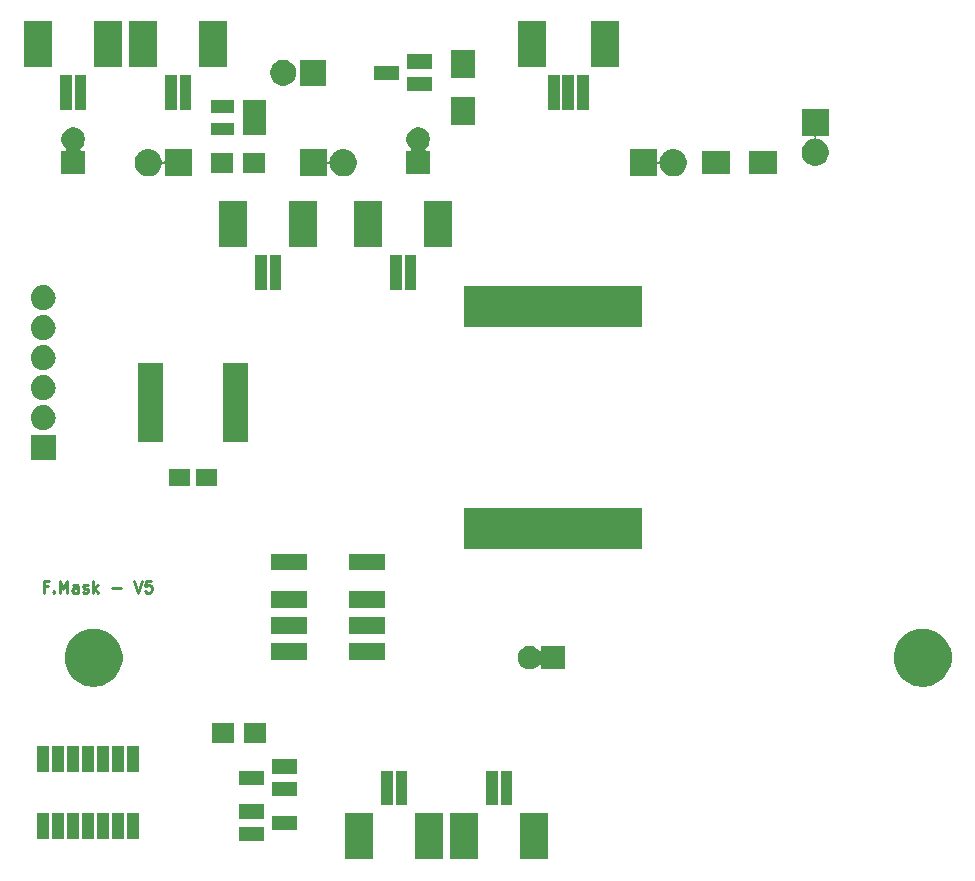
<source format=gbr>
G04 #@! TF.GenerationSoftware,KiCad,Pcbnew,(5.1.0)-1*
G04 #@! TF.CreationDate,2019-04-28T18:18:51+02:00*
G04 #@! TF.ProjectId,LampeSolaire,4c616d70-6553-46f6-9c61-6972652e6b69,5*
G04 #@! TF.SameCoordinates,Original*
G04 #@! TF.FileFunction,Soldermask,Top*
G04 #@! TF.FilePolarity,Negative*
%FSLAX46Y46*%
G04 Gerber Fmt 4.6, Leading zero omitted, Abs format (unit mm)*
G04 Created by KiCad (PCBNEW (5.1.0)-1) date 2019-04-28 18:18:51*
%MOMM*%
%LPD*%
G04 APERTURE LIST*
%ADD10C,0.250000*%
%ADD11C,0.100000*%
G04 APERTURE END LIST*
D10*
X61015714Y-93958571D02*
X60682380Y-93958571D01*
X60682380Y-94482380D02*
X60682380Y-93482380D01*
X61158571Y-93482380D01*
X61539523Y-94387142D02*
X61587142Y-94434761D01*
X61539523Y-94482380D01*
X61491904Y-94434761D01*
X61539523Y-94387142D01*
X61539523Y-94482380D01*
X62015714Y-94482380D02*
X62015714Y-93482380D01*
X62349047Y-94196666D01*
X62682380Y-93482380D01*
X62682380Y-94482380D01*
X63587142Y-94482380D02*
X63587142Y-93958571D01*
X63539523Y-93863333D01*
X63444285Y-93815714D01*
X63253809Y-93815714D01*
X63158571Y-93863333D01*
X63587142Y-94434761D02*
X63491904Y-94482380D01*
X63253809Y-94482380D01*
X63158571Y-94434761D01*
X63110952Y-94339523D01*
X63110952Y-94244285D01*
X63158571Y-94149047D01*
X63253809Y-94101428D01*
X63491904Y-94101428D01*
X63587142Y-94053809D01*
X64015714Y-94434761D02*
X64110952Y-94482380D01*
X64301428Y-94482380D01*
X64396666Y-94434761D01*
X64444285Y-94339523D01*
X64444285Y-94291904D01*
X64396666Y-94196666D01*
X64301428Y-94149047D01*
X64158571Y-94149047D01*
X64063333Y-94101428D01*
X64015714Y-94006190D01*
X64015714Y-93958571D01*
X64063333Y-93863333D01*
X64158571Y-93815714D01*
X64301428Y-93815714D01*
X64396666Y-93863333D01*
X64872857Y-94482380D02*
X64872857Y-93482380D01*
X64968095Y-94101428D02*
X65253809Y-94482380D01*
X65253809Y-93815714D02*
X64872857Y-94196666D01*
X66444285Y-94101428D02*
X67206190Y-94101428D01*
X68301428Y-93482380D02*
X68634761Y-94482380D01*
X68968095Y-93482380D01*
X69777619Y-93482380D02*
X69301428Y-93482380D01*
X69253809Y-93958571D01*
X69301428Y-93910952D01*
X69396666Y-93863333D01*
X69634761Y-93863333D01*
X69730000Y-93910952D01*
X69777619Y-93958571D01*
X69825238Y-94053809D01*
X69825238Y-94291904D01*
X69777619Y-94387142D01*
X69730000Y-94434761D01*
X69634761Y-94482380D01*
X69396666Y-94482380D01*
X69301428Y-94434761D01*
X69253809Y-94387142D01*
D11*
G36*
X94523000Y-117080000D02*
G01*
X92123000Y-117080000D01*
X92123000Y-113180000D01*
X94523000Y-113180000D01*
X94523000Y-117080000D01*
X94523000Y-117080000D01*
G37*
G36*
X97463000Y-117080000D02*
G01*
X95063000Y-117080000D01*
X95063000Y-113180000D01*
X97463000Y-113180000D01*
X97463000Y-117080000D01*
X97463000Y-117080000D01*
G37*
G36*
X103413000Y-117080000D02*
G01*
X101013000Y-117080000D01*
X101013000Y-113180000D01*
X103413000Y-113180000D01*
X103413000Y-117080000D01*
X103413000Y-117080000D01*
G37*
G36*
X88573000Y-117080000D02*
G01*
X86173000Y-117080000D01*
X86173000Y-113180000D01*
X88573000Y-113180000D01*
X88573000Y-117080000D01*
X88573000Y-117080000D01*
G37*
G36*
X79330000Y-115520000D02*
G01*
X77230000Y-115520000D01*
X77230000Y-114320000D01*
X79330000Y-114320000D01*
X79330000Y-115520000D01*
X79330000Y-115520000D01*
G37*
G36*
X66210000Y-115380000D02*
G01*
X65210000Y-115380000D01*
X65210000Y-113180000D01*
X66210000Y-113180000D01*
X66210000Y-115380000D01*
X66210000Y-115380000D01*
G37*
G36*
X68750000Y-115380000D02*
G01*
X67750000Y-115380000D01*
X67750000Y-113180000D01*
X68750000Y-113180000D01*
X68750000Y-115380000D01*
X68750000Y-115380000D01*
G37*
G36*
X67480000Y-115380000D02*
G01*
X66480000Y-115380000D01*
X66480000Y-113180000D01*
X67480000Y-113180000D01*
X67480000Y-115380000D01*
X67480000Y-115380000D01*
G37*
G36*
X64940000Y-115380000D02*
G01*
X63940000Y-115380000D01*
X63940000Y-113180000D01*
X64940000Y-113180000D01*
X64940000Y-115380000D01*
X64940000Y-115380000D01*
G37*
G36*
X63670000Y-115380000D02*
G01*
X62670000Y-115380000D01*
X62670000Y-113180000D01*
X63670000Y-113180000D01*
X63670000Y-115380000D01*
X63670000Y-115380000D01*
G37*
G36*
X62400000Y-115380000D02*
G01*
X61400000Y-115380000D01*
X61400000Y-113180000D01*
X62400000Y-113180000D01*
X62400000Y-115380000D01*
X62400000Y-115380000D01*
G37*
G36*
X61130000Y-115380000D02*
G01*
X60130000Y-115380000D01*
X60130000Y-113180000D01*
X61130000Y-113180000D01*
X61130000Y-115380000D01*
X61130000Y-115380000D01*
G37*
G36*
X82130000Y-114570000D02*
G01*
X80030000Y-114570000D01*
X80030000Y-113370000D01*
X82130000Y-113370000D01*
X82130000Y-114570000D01*
X82130000Y-114570000D01*
G37*
G36*
X79330000Y-113620000D02*
G01*
X77230000Y-113620000D01*
X77230000Y-112420000D01*
X79330000Y-112420000D01*
X79330000Y-113620000D01*
X79330000Y-113620000D01*
G37*
G36*
X99113000Y-112480000D02*
G01*
X98113000Y-112480000D01*
X98113000Y-109580000D01*
X99113000Y-109580000D01*
X99113000Y-112480000D01*
X99113000Y-112480000D01*
G37*
G36*
X100363000Y-112480000D02*
G01*
X99363000Y-112480000D01*
X99363000Y-109580000D01*
X100363000Y-109580000D01*
X100363000Y-112480000D01*
X100363000Y-112480000D01*
G37*
G36*
X91473000Y-112480000D02*
G01*
X90473000Y-112480000D01*
X90473000Y-109580000D01*
X91473000Y-109580000D01*
X91473000Y-112480000D01*
X91473000Y-112480000D01*
G37*
G36*
X90223000Y-112480000D02*
G01*
X89223000Y-112480000D01*
X89223000Y-109580000D01*
X90223000Y-109580000D01*
X90223000Y-112480000D01*
X90223000Y-112480000D01*
G37*
G36*
X82130000Y-111710000D02*
G01*
X80030000Y-111710000D01*
X80030000Y-110510000D01*
X82130000Y-110510000D01*
X82130000Y-111710000D01*
X82130000Y-111710000D01*
G37*
G36*
X79330000Y-110760000D02*
G01*
X77230000Y-110760000D01*
X77230000Y-109560000D01*
X79330000Y-109560000D01*
X79330000Y-110760000D01*
X79330000Y-110760000D01*
G37*
G36*
X82130000Y-109810000D02*
G01*
X80030000Y-109810000D01*
X80030000Y-108610000D01*
X82130000Y-108610000D01*
X82130000Y-109810000D01*
X82130000Y-109810000D01*
G37*
G36*
X63670000Y-109680000D02*
G01*
X62670000Y-109680000D01*
X62670000Y-107480000D01*
X63670000Y-107480000D01*
X63670000Y-109680000D01*
X63670000Y-109680000D01*
G37*
G36*
X64940000Y-109680000D02*
G01*
X63940000Y-109680000D01*
X63940000Y-107480000D01*
X64940000Y-107480000D01*
X64940000Y-109680000D01*
X64940000Y-109680000D01*
G37*
G36*
X68750000Y-109680000D02*
G01*
X67750000Y-109680000D01*
X67750000Y-107480000D01*
X68750000Y-107480000D01*
X68750000Y-109680000D01*
X68750000Y-109680000D01*
G37*
G36*
X66210000Y-109680000D02*
G01*
X65210000Y-109680000D01*
X65210000Y-107480000D01*
X66210000Y-107480000D01*
X66210000Y-109680000D01*
X66210000Y-109680000D01*
G37*
G36*
X61130000Y-109680000D02*
G01*
X60130000Y-109680000D01*
X60130000Y-107480000D01*
X61130000Y-107480000D01*
X61130000Y-109680000D01*
X61130000Y-109680000D01*
G37*
G36*
X62400000Y-109680000D02*
G01*
X61400000Y-109680000D01*
X61400000Y-107480000D01*
X62400000Y-107480000D01*
X62400000Y-109680000D01*
X62400000Y-109680000D01*
G37*
G36*
X67480000Y-109680000D02*
G01*
X66480000Y-109680000D01*
X66480000Y-107480000D01*
X67480000Y-107480000D01*
X67480000Y-109680000D01*
X67480000Y-109680000D01*
G37*
G36*
X79520000Y-107200000D02*
G01*
X77620000Y-107200000D01*
X77620000Y-105500000D01*
X79520000Y-105500000D01*
X79520000Y-107200000D01*
X79520000Y-107200000D01*
G37*
G36*
X76820000Y-107200000D02*
G01*
X74920000Y-107200000D01*
X74920000Y-105500000D01*
X76820000Y-105500000D01*
X76820000Y-107200000D01*
X76820000Y-107200000D01*
G37*
G36*
X65299082Y-97581384D02*
G01*
X65614639Y-97644152D01*
X66060510Y-97828838D01*
X66461784Y-98096960D01*
X66803040Y-98438216D01*
X67071162Y-98839490D01*
X67255848Y-99285361D01*
X67350000Y-99758696D01*
X67350000Y-100241304D01*
X67255848Y-100714639D01*
X67071162Y-101160510D01*
X66803040Y-101561784D01*
X66461784Y-101903040D01*
X66060510Y-102171162D01*
X65614639Y-102355848D01*
X65299082Y-102418616D01*
X65141305Y-102450000D01*
X64658695Y-102450000D01*
X64500918Y-102418616D01*
X64185361Y-102355848D01*
X63739490Y-102171162D01*
X63338216Y-101903040D01*
X62996960Y-101561784D01*
X62728838Y-101160510D01*
X62544152Y-100714639D01*
X62450000Y-100241304D01*
X62450000Y-99758696D01*
X62544152Y-99285361D01*
X62728838Y-98839490D01*
X62996960Y-98438216D01*
X63338216Y-98096960D01*
X63739490Y-97828838D01*
X64185361Y-97644152D01*
X64500918Y-97581384D01*
X64658695Y-97550000D01*
X65141305Y-97550000D01*
X65299082Y-97581384D01*
X65299082Y-97581384D01*
G37*
G36*
X135499082Y-97581384D02*
G01*
X135814639Y-97644152D01*
X136260510Y-97828838D01*
X136661784Y-98096960D01*
X137003040Y-98438216D01*
X137271162Y-98839490D01*
X137455848Y-99285361D01*
X137550000Y-99758696D01*
X137550000Y-100241304D01*
X137455848Y-100714639D01*
X137271162Y-101160510D01*
X137003040Y-101561784D01*
X136661784Y-101903040D01*
X136260510Y-102171162D01*
X135814639Y-102355848D01*
X135499082Y-102418616D01*
X135341305Y-102450000D01*
X134858695Y-102450000D01*
X134700918Y-102418616D01*
X134385361Y-102355848D01*
X133939490Y-102171162D01*
X133538216Y-101903040D01*
X133196960Y-101561784D01*
X132928838Y-101160510D01*
X132744152Y-100714639D01*
X132650000Y-100241304D01*
X132650000Y-99758696D01*
X132744152Y-99285361D01*
X132928838Y-98839490D01*
X133196960Y-98438216D01*
X133538216Y-98096960D01*
X133939490Y-97828838D01*
X134385361Y-97644152D01*
X134700918Y-97581384D01*
X134858695Y-97550000D01*
X135341305Y-97550000D01*
X135499082Y-97581384D01*
X135499082Y-97581384D01*
G37*
G36*
X102037290Y-99025619D02*
G01*
X102101689Y-99038429D01*
X102283678Y-99113811D01*
X102447463Y-99223249D01*
X102586751Y-99362537D01*
X102586755Y-99362543D01*
X102593987Y-99369775D01*
X102596615Y-99372977D01*
X102615557Y-99388522D01*
X102637168Y-99400073D01*
X102660617Y-99407186D01*
X102685003Y-99409587D01*
X102709389Y-99407185D01*
X102732838Y-99400071D01*
X102754449Y-99388520D01*
X102773390Y-99372974D01*
X102788935Y-99354032D01*
X102800486Y-99332421D01*
X102807599Y-99308972D01*
X102810000Y-99284588D01*
X102810000Y-99000000D01*
X104810000Y-99000000D01*
X104810000Y-101000000D01*
X102810000Y-101000000D01*
X102810000Y-100715412D01*
X102807598Y-100691026D01*
X102800485Y-100667577D01*
X102788934Y-100645966D01*
X102773389Y-100627024D01*
X102754447Y-100611479D01*
X102732836Y-100599928D01*
X102709387Y-100592815D01*
X102685001Y-100590413D01*
X102660615Y-100592815D01*
X102637166Y-100599928D01*
X102615555Y-100611479D01*
X102596613Y-100627024D01*
X102593981Y-100630231D01*
X102586755Y-100637457D01*
X102586751Y-100637463D01*
X102447463Y-100776751D01*
X102283678Y-100886189D01*
X102101689Y-100961571D01*
X102037290Y-100974381D01*
X101908493Y-101000000D01*
X101711507Y-101000000D01*
X101582710Y-100974381D01*
X101518311Y-100961571D01*
X101336322Y-100886189D01*
X101172537Y-100776751D01*
X101033249Y-100637463D01*
X100923811Y-100473678D01*
X100848429Y-100291689D01*
X100810000Y-100098491D01*
X100810000Y-99901509D01*
X100848429Y-99708311D01*
X100923811Y-99526322D01*
X101033249Y-99362537D01*
X101172537Y-99223249D01*
X101336322Y-99113811D01*
X101518311Y-99038429D01*
X101582710Y-99025619D01*
X101711507Y-99000000D01*
X101908493Y-99000000D01*
X102037290Y-99025619D01*
X102037290Y-99025619D01*
G37*
G36*
X89560000Y-100190000D02*
G01*
X86560000Y-100190000D01*
X86560000Y-98790000D01*
X89560000Y-98790000D01*
X89560000Y-100190000D01*
X89560000Y-100190000D01*
G37*
G36*
X82960000Y-100190000D02*
G01*
X79960000Y-100190000D01*
X79960000Y-98790000D01*
X82960000Y-98790000D01*
X82960000Y-100190000D01*
X82960000Y-100190000D01*
G37*
G36*
X82960000Y-97990000D02*
G01*
X79960000Y-97990000D01*
X79960000Y-96590000D01*
X82960000Y-96590000D01*
X82960000Y-97990000D01*
X82960000Y-97990000D01*
G37*
G36*
X89560000Y-97990000D02*
G01*
X86560000Y-97990000D01*
X86560000Y-96590000D01*
X89560000Y-96590000D01*
X89560000Y-97990000D01*
X89560000Y-97990000D01*
G37*
G36*
X89560000Y-95790000D02*
G01*
X86560000Y-95790000D01*
X86560000Y-94390000D01*
X89560000Y-94390000D01*
X89560000Y-95790000D01*
X89560000Y-95790000D01*
G37*
G36*
X82960000Y-95790000D02*
G01*
X79960000Y-95790000D01*
X79960000Y-94390000D01*
X82960000Y-94390000D01*
X82960000Y-95790000D01*
X82960000Y-95790000D01*
G37*
G36*
X89560000Y-92590000D02*
G01*
X86560000Y-92590000D01*
X86560000Y-91190000D01*
X89560000Y-91190000D01*
X89560000Y-92590000D01*
X89560000Y-92590000D01*
G37*
G36*
X82960000Y-92590000D02*
G01*
X79960000Y-92590000D01*
X79960000Y-91190000D01*
X82960000Y-91190000D01*
X82960000Y-92590000D01*
X82960000Y-92590000D01*
G37*
G36*
X111376000Y-90802000D02*
G01*
X96244000Y-90802000D01*
X96244000Y-87354000D01*
X111376000Y-87354000D01*
X111376000Y-90802000D01*
X111376000Y-90802000D01*
G37*
G36*
X75355000Y-85460000D02*
G01*
X73555000Y-85460000D01*
X73555000Y-84060000D01*
X75355000Y-84060000D01*
X75355000Y-85460000D01*
X75355000Y-85460000D01*
G37*
G36*
X73105000Y-85460000D02*
G01*
X71305000Y-85460000D01*
X71305000Y-84060000D01*
X73105000Y-84060000D01*
X73105000Y-85460000D01*
X73105000Y-85460000D01*
G37*
G36*
X61680000Y-83270000D02*
G01*
X59580000Y-83270000D01*
X59580000Y-81170000D01*
X61680000Y-81170000D01*
X61680000Y-83270000D01*
X61680000Y-83270000D01*
G37*
G36*
X70805000Y-81760000D02*
G01*
X68655000Y-81760000D01*
X68655000Y-75060000D01*
X70805000Y-75060000D01*
X70805000Y-81760000D01*
X70805000Y-81760000D01*
G37*
G36*
X78005000Y-81760000D02*
G01*
X75855000Y-81760000D01*
X75855000Y-75060000D01*
X78005000Y-75060000D01*
X78005000Y-81760000D01*
X78005000Y-81760000D01*
G37*
G36*
X60758707Y-78637597D02*
G01*
X60835836Y-78645193D01*
X61033762Y-78705233D01*
X61033765Y-78705234D01*
X61216170Y-78802732D01*
X61376055Y-78933945D01*
X61507268Y-79093830D01*
X61604766Y-79276235D01*
X61604767Y-79276238D01*
X61664807Y-79474164D01*
X61685080Y-79680000D01*
X61664807Y-79885836D01*
X61604767Y-80083762D01*
X61604766Y-80083765D01*
X61507268Y-80266170D01*
X61376055Y-80426055D01*
X61216170Y-80557268D01*
X61033765Y-80654766D01*
X61033762Y-80654767D01*
X60835836Y-80714807D01*
X60758707Y-80722404D01*
X60681580Y-80730000D01*
X60578420Y-80730000D01*
X60501293Y-80722404D01*
X60424164Y-80714807D01*
X60226238Y-80654767D01*
X60226235Y-80654766D01*
X60043830Y-80557268D01*
X59883945Y-80426055D01*
X59752732Y-80266170D01*
X59655234Y-80083765D01*
X59655233Y-80083762D01*
X59595193Y-79885836D01*
X59574920Y-79680000D01*
X59595193Y-79474164D01*
X59655233Y-79276238D01*
X59655234Y-79276235D01*
X59752732Y-79093830D01*
X59883945Y-78933945D01*
X60043830Y-78802732D01*
X60226235Y-78705234D01*
X60226238Y-78705233D01*
X60424164Y-78645193D01*
X60501293Y-78637597D01*
X60578420Y-78630000D01*
X60681580Y-78630000D01*
X60758707Y-78637597D01*
X60758707Y-78637597D01*
G37*
G36*
X60758707Y-76097596D02*
G01*
X60835836Y-76105193D01*
X61033762Y-76165233D01*
X61033765Y-76165234D01*
X61216170Y-76262732D01*
X61376055Y-76393945D01*
X61507268Y-76553830D01*
X61604766Y-76736235D01*
X61604767Y-76736238D01*
X61664807Y-76934164D01*
X61685080Y-77140000D01*
X61664807Y-77345836D01*
X61604767Y-77543762D01*
X61604766Y-77543765D01*
X61507268Y-77726170D01*
X61376055Y-77886055D01*
X61216170Y-78017268D01*
X61033765Y-78114766D01*
X61033762Y-78114767D01*
X60835836Y-78174807D01*
X60758707Y-78182403D01*
X60681580Y-78190000D01*
X60578420Y-78190000D01*
X60501293Y-78182403D01*
X60424164Y-78174807D01*
X60226238Y-78114767D01*
X60226235Y-78114766D01*
X60043830Y-78017268D01*
X59883945Y-77886055D01*
X59752732Y-77726170D01*
X59655234Y-77543765D01*
X59655233Y-77543762D01*
X59595193Y-77345836D01*
X59574920Y-77140000D01*
X59595193Y-76934164D01*
X59655233Y-76736238D01*
X59655234Y-76736235D01*
X59752732Y-76553830D01*
X59883945Y-76393945D01*
X60043830Y-76262732D01*
X60226235Y-76165234D01*
X60226238Y-76165233D01*
X60424164Y-76105193D01*
X60501293Y-76097596D01*
X60578420Y-76090000D01*
X60681580Y-76090000D01*
X60758707Y-76097596D01*
X60758707Y-76097596D01*
G37*
G36*
X60758707Y-73557596D02*
G01*
X60835836Y-73565193D01*
X61033762Y-73625233D01*
X61033765Y-73625234D01*
X61216170Y-73722732D01*
X61376055Y-73853945D01*
X61507268Y-74013830D01*
X61604766Y-74196235D01*
X61604767Y-74196238D01*
X61664807Y-74394164D01*
X61685080Y-74600000D01*
X61664807Y-74805836D01*
X61604767Y-75003762D01*
X61604766Y-75003765D01*
X61507268Y-75186170D01*
X61376055Y-75346055D01*
X61216170Y-75477268D01*
X61033765Y-75574766D01*
X61033762Y-75574767D01*
X60835836Y-75634807D01*
X60758707Y-75642404D01*
X60681580Y-75650000D01*
X60578420Y-75650000D01*
X60501293Y-75642404D01*
X60424164Y-75634807D01*
X60226238Y-75574767D01*
X60226235Y-75574766D01*
X60043830Y-75477268D01*
X59883945Y-75346055D01*
X59752732Y-75186170D01*
X59655234Y-75003765D01*
X59655233Y-75003762D01*
X59595193Y-74805836D01*
X59574920Y-74600000D01*
X59595193Y-74394164D01*
X59655233Y-74196238D01*
X59655234Y-74196235D01*
X59752732Y-74013830D01*
X59883945Y-73853945D01*
X60043830Y-73722732D01*
X60226235Y-73625234D01*
X60226238Y-73625233D01*
X60424164Y-73565193D01*
X60501293Y-73557596D01*
X60578420Y-73550000D01*
X60681580Y-73550000D01*
X60758707Y-73557596D01*
X60758707Y-73557596D01*
G37*
G36*
X60758707Y-71017596D02*
G01*
X60835836Y-71025193D01*
X61033762Y-71085233D01*
X61033765Y-71085234D01*
X61216170Y-71182732D01*
X61376055Y-71313945D01*
X61507268Y-71473830D01*
X61604766Y-71656235D01*
X61604767Y-71656238D01*
X61664807Y-71854164D01*
X61685080Y-72060000D01*
X61664807Y-72265836D01*
X61604767Y-72463762D01*
X61604766Y-72463765D01*
X61507268Y-72646170D01*
X61376055Y-72806055D01*
X61216170Y-72937268D01*
X61033765Y-73034766D01*
X61033762Y-73034767D01*
X60835836Y-73094807D01*
X60758707Y-73102403D01*
X60681580Y-73110000D01*
X60578420Y-73110000D01*
X60501293Y-73102403D01*
X60424164Y-73094807D01*
X60226238Y-73034767D01*
X60226235Y-73034766D01*
X60043830Y-72937268D01*
X59883945Y-72806055D01*
X59752732Y-72646170D01*
X59655234Y-72463765D01*
X59655233Y-72463762D01*
X59595193Y-72265836D01*
X59574920Y-72060000D01*
X59595193Y-71854164D01*
X59655233Y-71656238D01*
X59655234Y-71656235D01*
X59752732Y-71473830D01*
X59883945Y-71313945D01*
X60043830Y-71182732D01*
X60226235Y-71085234D01*
X60226238Y-71085233D01*
X60424164Y-71025193D01*
X60501293Y-71017596D01*
X60578420Y-71010000D01*
X60681580Y-71010000D01*
X60758707Y-71017596D01*
X60758707Y-71017596D01*
G37*
G36*
X111376000Y-72006000D02*
G01*
X96244000Y-72006000D01*
X96244000Y-68558000D01*
X111376000Y-68558000D01*
X111376000Y-72006000D01*
X111376000Y-72006000D01*
G37*
G36*
X60758707Y-68477596D02*
G01*
X60835836Y-68485193D01*
X61033762Y-68545233D01*
X61033765Y-68545234D01*
X61216170Y-68642732D01*
X61376055Y-68773945D01*
X61507268Y-68933830D01*
X61604766Y-69116235D01*
X61604767Y-69116238D01*
X61664807Y-69314164D01*
X61685080Y-69520000D01*
X61664807Y-69725836D01*
X61604767Y-69923762D01*
X61604766Y-69923765D01*
X61507268Y-70106170D01*
X61376055Y-70266055D01*
X61216170Y-70397268D01*
X61033765Y-70494766D01*
X61033762Y-70494767D01*
X60835836Y-70554807D01*
X60758707Y-70562403D01*
X60681580Y-70570000D01*
X60578420Y-70570000D01*
X60501293Y-70562403D01*
X60424164Y-70554807D01*
X60226238Y-70494767D01*
X60226235Y-70494766D01*
X60043830Y-70397268D01*
X59883945Y-70266055D01*
X59752732Y-70106170D01*
X59655234Y-69923765D01*
X59655233Y-69923762D01*
X59595193Y-69725836D01*
X59574920Y-69520000D01*
X59595193Y-69314164D01*
X59655233Y-69116238D01*
X59655234Y-69116235D01*
X59752732Y-68933830D01*
X59883945Y-68773945D01*
X60043830Y-68642732D01*
X60226235Y-68545234D01*
X60226238Y-68545233D01*
X60424164Y-68485193D01*
X60501293Y-68477596D01*
X60578420Y-68470000D01*
X60681580Y-68470000D01*
X60758707Y-68477596D01*
X60758707Y-68477596D01*
G37*
G36*
X90985000Y-68830000D02*
G01*
X89985000Y-68830000D01*
X89985000Y-65930000D01*
X90985000Y-65930000D01*
X90985000Y-68830000D01*
X90985000Y-68830000D01*
G37*
G36*
X92235000Y-68830000D02*
G01*
X91235000Y-68830000D01*
X91235000Y-65930000D01*
X92235000Y-65930000D01*
X92235000Y-68830000D01*
X92235000Y-68830000D01*
G37*
G36*
X80805000Y-68830000D02*
G01*
X79805000Y-68830000D01*
X79805000Y-65930000D01*
X80805000Y-65930000D01*
X80805000Y-68830000D01*
X80805000Y-68830000D01*
G37*
G36*
X79555000Y-68830000D02*
G01*
X78555000Y-68830000D01*
X78555000Y-65930000D01*
X79555000Y-65930000D01*
X79555000Y-68830000D01*
X79555000Y-68830000D01*
G37*
G36*
X77905000Y-65230000D02*
G01*
X75505000Y-65230000D01*
X75505000Y-61330000D01*
X77905000Y-61330000D01*
X77905000Y-65230000D01*
X77905000Y-65230000D01*
G37*
G36*
X95285000Y-65230000D02*
G01*
X92885000Y-65230000D01*
X92885000Y-61330000D01*
X95285000Y-61330000D01*
X95285000Y-65230000D01*
X95285000Y-65230000D01*
G37*
G36*
X89335000Y-65230000D02*
G01*
X86935000Y-65230000D01*
X86935000Y-61330000D01*
X89335000Y-61330000D01*
X89335000Y-65230000D01*
X89335000Y-65230000D01*
G37*
G36*
X83855000Y-65230000D02*
G01*
X81455000Y-65230000D01*
X81455000Y-61330000D01*
X83855000Y-61330000D01*
X83855000Y-65230000D01*
X83855000Y-65230000D01*
G37*
G36*
X69707324Y-56954731D02*
G01*
X69855443Y-56984194D01*
X70018104Y-57051571D01*
X70060022Y-57068934D01*
X70064729Y-57070884D01*
X70253082Y-57196737D01*
X70413263Y-57356918D01*
X70539116Y-57545271D01*
X70625806Y-57754557D01*
X70625806Y-57754559D01*
X70662404Y-57938547D01*
X70669517Y-57961996D01*
X70681068Y-57983607D01*
X70696614Y-58002549D01*
X70715556Y-58018094D01*
X70737166Y-58029645D01*
X70760615Y-58036758D01*
X70785001Y-58039160D01*
X70809387Y-58036758D01*
X70832836Y-58029645D01*
X70854447Y-58018094D01*
X70873389Y-58002548D01*
X70888934Y-57983606D01*
X70900485Y-57961996D01*
X70907598Y-57938547D01*
X70910000Y-57914161D01*
X70910000Y-56940000D01*
X73210000Y-56940000D01*
X73210000Y-59240000D01*
X70910000Y-59240000D01*
X70910000Y-58265839D01*
X70907598Y-58241453D01*
X70900485Y-58218004D01*
X70888934Y-58196393D01*
X70873389Y-58177451D01*
X70854447Y-58161906D01*
X70832836Y-58150355D01*
X70809387Y-58143242D01*
X70785001Y-58140840D01*
X70760615Y-58143242D01*
X70737166Y-58150355D01*
X70715555Y-58161906D01*
X70696613Y-58177451D01*
X70681068Y-58196393D01*
X70669517Y-58218004D01*
X70662404Y-58241453D01*
X70625806Y-58425443D01*
X70539116Y-58634729D01*
X70413263Y-58823082D01*
X70253082Y-58983263D01*
X70064729Y-59109116D01*
X69855443Y-59195806D01*
X69707324Y-59225269D01*
X69633266Y-59240000D01*
X69406734Y-59240000D01*
X69332676Y-59225269D01*
X69184557Y-59195806D01*
X68975271Y-59109116D01*
X68786918Y-58983263D01*
X68626737Y-58823082D01*
X68500884Y-58634729D01*
X68414194Y-58425443D01*
X68370000Y-58203265D01*
X68370000Y-57976735D01*
X68414194Y-57754557D01*
X68500884Y-57545271D01*
X68626737Y-57356918D01*
X68786918Y-57196737D01*
X68975271Y-57070884D01*
X68979979Y-57068934D01*
X69021896Y-57051571D01*
X69184557Y-56984194D01*
X69332676Y-56954731D01*
X69406734Y-56940000D01*
X69633266Y-56940000D01*
X69707324Y-56954731D01*
X69707324Y-56954731D01*
G37*
G36*
X84640000Y-57914161D02*
G01*
X84642402Y-57938547D01*
X84649515Y-57961996D01*
X84661066Y-57983607D01*
X84676611Y-58002549D01*
X84695553Y-58018094D01*
X84717164Y-58029645D01*
X84740613Y-58036758D01*
X84764999Y-58039160D01*
X84789385Y-58036758D01*
X84812834Y-58029645D01*
X84834445Y-58018094D01*
X84853387Y-58002549D01*
X84868932Y-57983607D01*
X84880483Y-57961996D01*
X84887596Y-57938547D01*
X84924194Y-57754559D01*
X84924194Y-57754557D01*
X85010884Y-57545271D01*
X85136737Y-57356918D01*
X85296918Y-57196737D01*
X85485271Y-57070884D01*
X85489979Y-57068934D01*
X85531896Y-57051571D01*
X85694557Y-56984194D01*
X85842676Y-56954731D01*
X85916734Y-56940000D01*
X86143266Y-56940000D01*
X86217324Y-56954731D01*
X86365443Y-56984194D01*
X86528104Y-57051571D01*
X86570022Y-57068934D01*
X86574729Y-57070884D01*
X86763082Y-57196737D01*
X86923263Y-57356918D01*
X87049116Y-57545271D01*
X87135806Y-57754557D01*
X87180000Y-57976735D01*
X87180000Y-58203265D01*
X87135806Y-58425443D01*
X87049116Y-58634729D01*
X86923263Y-58823082D01*
X86763082Y-58983263D01*
X86574729Y-59109116D01*
X86365443Y-59195806D01*
X86217324Y-59225269D01*
X86143266Y-59240000D01*
X85916734Y-59240000D01*
X85842676Y-59225269D01*
X85694557Y-59195806D01*
X85485271Y-59109116D01*
X85296918Y-58983263D01*
X85136737Y-58823082D01*
X85010884Y-58634729D01*
X84924194Y-58425443D01*
X84887596Y-58241453D01*
X84880483Y-58218004D01*
X84868932Y-58196393D01*
X84853386Y-58177451D01*
X84834444Y-58161906D01*
X84812834Y-58150355D01*
X84789385Y-58143242D01*
X84764999Y-58140840D01*
X84740613Y-58143242D01*
X84717164Y-58150355D01*
X84695553Y-58161906D01*
X84676611Y-58177452D01*
X84661066Y-58196394D01*
X84649515Y-58218004D01*
X84642402Y-58241453D01*
X84640000Y-58265839D01*
X84640000Y-59240000D01*
X82340000Y-59240000D01*
X82340000Y-56940000D01*
X84640000Y-56940000D01*
X84640000Y-57914161D01*
X84640000Y-57914161D01*
G37*
G36*
X112580000Y-57914161D02*
G01*
X112582402Y-57938547D01*
X112589515Y-57961996D01*
X112601066Y-57983607D01*
X112616611Y-58002549D01*
X112635553Y-58018094D01*
X112657164Y-58029645D01*
X112680613Y-58036758D01*
X112704999Y-58039160D01*
X112729385Y-58036758D01*
X112752834Y-58029645D01*
X112774445Y-58018094D01*
X112793387Y-58002549D01*
X112808932Y-57983607D01*
X112820483Y-57961996D01*
X112827596Y-57938547D01*
X112864194Y-57754559D01*
X112864194Y-57754557D01*
X112950884Y-57545271D01*
X113076737Y-57356918D01*
X113236918Y-57196737D01*
X113425271Y-57070884D01*
X113429979Y-57068934D01*
X113471896Y-57051571D01*
X113634557Y-56984194D01*
X113782676Y-56954731D01*
X113856734Y-56940000D01*
X114083266Y-56940000D01*
X114157324Y-56954731D01*
X114305443Y-56984194D01*
X114468104Y-57051571D01*
X114510022Y-57068934D01*
X114514729Y-57070884D01*
X114703082Y-57196737D01*
X114863263Y-57356918D01*
X114989116Y-57545271D01*
X115075806Y-57754557D01*
X115120000Y-57976735D01*
X115120000Y-58203265D01*
X115075806Y-58425443D01*
X114989116Y-58634729D01*
X114863263Y-58823082D01*
X114703082Y-58983263D01*
X114514729Y-59109116D01*
X114305443Y-59195806D01*
X114157324Y-59225269D01*
X114083266Y-59240000D01*
X113856734Y-59240000D01*
X113782676Y-59225269D01*
X113634557Y-59195806D01*
X113425271Y-59109116D01*
X113236918Y-58983263D01*
X113076737Y-58823082D01*
X112950884Y-58634729D01*
X112864194Y-58425443D01*
X112827596Y-58241453D01*
X112820483Y-58218004D01*
X112808932Y-58196393D01*
X112793386Y-58177451D01*
X112774444Y-58161906D01*
X112752834Y-58150355D01*
X112729385Y-58143242D01*
X112704999Y-58140840D01*
X112680613Y-58143242D01*
X112657164Y-58150355D01*
X112635553Y-58161906D01*
X112616611Y-58177452D01*
X112601066Y-58196394D01*
X112589515Y-58218004D01*
X112582402Y-58241453D01*
X112580000Y-58265839D01*
X112580000Y-59240000D01*
X110280000Y-59240000D01*
X110280000Y-56940000D01*
X112580000Y-56940000D01*
X112580000Y-57914161D01*
X112580000Y-57914161D01*
G37*
G36*
X92607290Y-55115619D02*
G01*
X92671689Y-55128429D01*
X92853678Y-55203811D01*
X93017463Y-55313249D01*
X93156751Y-55452537D01*
X93266189Y-55616322D01*
X93323631Y-55755000D01*
X93341571Y-55798312D01*
X93378275Y-55982834D01*
X93380000Y-55991509D01*
X93380000Y-56188491D01*
X93341571Y-56381689D01*
X93266189Y-56563678D01*
X93156751Y-56727463D01*
X93017463Y-56866751D01*
X93017457Y-56866755D01*
X93010225Y-56873987D01*
X93007023Y-56876615D01*
X92991478Y-56895557D01*
X92979927Y-56917168D01*
X92972814Y-56940617D01*
X92970413Y-56965003D01*
X92972815Y-56989389D01*
X92979929Y-57012838D01*
X92991480Y-57034449D01*
X93007026Y-57053390D01*
X93025968Y-57068935D01*
X93047579Y-57080486D01*
X93071028Y-57087599D01*
X93095412Y-57090000D01*
X93380000Y-57090000D01*
X93380000Y-59090000D01*
X91380000Y-59090000D01*
X91380000Y-57090000D01*
X91664588Y-57090000D01*
X91688974Y-57087598D01*
X91712423Y-57080485D01*
X91734034Y-57068934D01*
X91752976Y-57053389D01*
X91768521Y-57034447D01*
X91780072Y-57012836D01*
X91787185Y-56989387D01*
X91789587Y-56965001D01*
X91787185Y-56940615D01*
X91780072Y-56917166D01*
X91768521Y-56895555D01*
X91752976Y-56876613D01*
X91749769Y-56873981D01*
X91742543Y-56866755D01*
X91742537Y-56866751D01*
X91603249Y-56727463D01*
X91493811Y-56563678D01*
X91418429Y-56381689D01*
X91380000Y-56188491D01*
X91380000Y-55991509D01*
X91381726Y-55982834D01*
X91418429Y-55798312D01*
X91436369Y-55755000D01*
X91493811Y-55616322D01*
X91603249Y-55452537D01*
X91742537Y-55313249D01*
X91906322Y-55203811D01*
X92088311Y-55128429D01*
X92152710Y-55115619D01*
X92281507Y-55090000D01*
X92478493Y-55090000D01*
X92607290Y-55115619D01*
X92607290Y-55115619D01*
G37*
G36*
X63397290Y-55115619D02*
G01*
X63461689Y-55128429D01*
X63643678Y-55203811D01*
X63807463Y-55313249D01*
X63946751Y-55452537D01*
X64056189Y-55616322D01*
X64113631Y-55755000D01*
X64131571Y-55798312D01*
X64168275Y-55982834D01*
X64170000Y-55991509D01*
X64170000Y-56188491D01*
X64131571Y-56381689D01*
X64056189Y-56563678D01*
X63946751Y-56727463D01*
X63807463Y-56866751D01*
X63807457Y-56866755D01*
X63800225Y-56873987D01*
X63797023Y-56876615D01*
X63781478Y-56895557D01*
X63769927Y-56917168D01*
X63762814Y-56940617D01*
X63760413Y-56965003D01*
X63762815Y-56989389D01*
X63769929Y-57012838D01*
X63781480Y-57034449D01*
X63797026Y-57053390D01*
X63815968Y-57068935D01*
X63837579Y-57080486D01*
X63861028Y-57087599D01*
X63885412Y-57090000D01*
X64170000Y-57090000D01*
X64170000Y-59090000D01*
X62170000Y-59090000D01*
X62170000Y-57090000D01*
X62454588Y-57090000D01*
X62478974Y-57087598D01*
X62502423Y-57080485D01*
X62524034Y-57068934D01*
X62542976Y-57053389D01*
X62558521Y-57034447D01*
X62570072Y-57012836D01*
X62577185Y-56989387D01*
X62579587Y-56965001D01*
X62577185Y-56940615D01*
X62570072Y-56917166D01*
X62558521Y-56895555D01*
X62542976Y-56876613D01*
X62539769Y-56873981D01*
X62532543Y-56866755D01*
X62532537Y-56866751D01*
X62393249Y-56727463D01*
X62283811Y-56563678D01*
X62208429Y-56381689D01*
X62170000Y-56188491D01*
X62170000Y-55991509D01*
X62171726Y-55982834D01*
X62208429Y-55798312D01*
X62226369Y-55755000D01*
X62283811Y-55616322D01*
X62393249Y-55452537D01*
X62532537Y-55313249D01*
X62696322Y-55203811D01*
X62878311Y-55128429D01*
X62942710Y-55115619D01*
X63071507Y-55090000D01*
X63268493Y-55090000D01*
X63397290Y-55115619D01*
X63397290Y-55115619D01*
G37*
G36*
X122790000Y-59090000D02*
G01*
X120390000Y-59090000D01*
X120390000Y-57090000D01*
X122790000Y-57090000D01*
X122790000Y-59090000D01*
X122790000Y-59090000D01*
G37*
G36*
X118790000Y-59090000D02*
G01*
X116390000Y-59090000D01*
X116390000Y-57090000D01*
X118790000Y-57090000D01*
X118790000Y-59090000D01*
X118790000Y-59090000D01*
G37*
G36*
X79440000Y-58940000D02*
G01*
X77540000Y-58940000D01*
X77540000Y-57240000D01*
X79440000Y-57240000D01*
X79440000Y-58940000D01*
X79440000Y-58940000D01*
G37*
G36*
X76740000Y-58940000D02*
G01*
X74840000Y-58940000D01*
X74840000Y-57240000D01*
X76740000Y-57240000D01*
X76740000Y-58940000D01*
X76740000Y-58940000D01*
G37*
G36*
X127140000Y-55810000D02*
G01*
X126165839Y-55810000D01*
X126141453Y-55812402D01*
X126118004Y-55819515D01*
X126096393Y-55831066D01*
X126077451Y-55846611D01*
X126061906Y-55865553D01*
X126050355Y-55887164D01*
X126043242Y-55910613D01*
X126040840Y-55934999D01*
X126043242Y-55959385D01*
X126050355Y-55982834D01*
X126061906Y-56004445D01*
X126077451Y-56023387D01*
X126096393Y-56038932D01*
X126118004Y-56050483D01*
X126141454Y-56057596D01*
X126325443Y-56094194D01*
X126534729Y-56180884D01*
X126723082Y-56306737D01*
X126883263Y-56466918D01*
X127009116Y-56655271D01*
X127095806Y-56864557D01*
X127115786Y-56965003D01*
X127136460Y-57068935D01*
X127140000Y-57086735D01*
X127140000Y-57313265D01*
X127095806Y-57535443D01*
X127009116Y-57744729D01*
X126883263Y-57933082D01*
X126723082Y-58093263D01*
X126534729Y-58219116D01*
X126325443Y-58305806D01*
X126177324Y-58335269D01*
X126103266Y-58350000D01*
X125876734Y-58350000D01*
X125802676Y-58335269D01*
X125654557Y-58305806D01*
X125445271Y-58219116D01*
X125256918Y-58093263D01*
X125096737Y-57933082D01*
X124970884Y-57744729D01*
X124884194Y-57535443D01*
X124840000Y-57313265D01*
X124840000Y-57086735D01*
X124843541Y-57068935D01*
X124864214Y-56965003D01*
X124884194Y-56864557D01*
X124970884Y-56655271D01*
X125096737Y-56466918D01*
X125256918Y-56306737D01*
X125445271Y-56180884D01*
X125654557Y-56094194D01*
X125838546Y-56057596D01*
X125861996Y-56050483D01*
X125883607Y-56038932D01*
X125902549Y-56023386D01*
X125918094Y-56004444D01*
X125929645Y-55982834D01*
X125936758Y-55959385D01*
X125939160Y-55934999D01*
X125936758Y-55910613D01*
X125929645Y-55887164D01*
X125918094Y-55865553D01*
X125902548Y-55846611D01*
X125883606Y-55831066D01*
X125861996Y-55819515D01*
X125838547Y-55812402D01*
X125814161Y-55810000D01*
X124840000Y-55810000D01*
X124840000Y-53510000D01*
X127140000Y-53510000D01*
X127140000Y-55810000D01*
X127140000Y-55810000D01*
G37*
G36*
X79470000Y-55755000D02*
G01*
X77510000Y-55755000D01*
X77510000Y-52805000D01*
X79470000Y-52805000D01*
X79470000Y-55755000D01*
X79470000Y-55755000D01*
G37*
G36*
X76770000Y-55755000D02*
G01*
X74810000Y-55755000D01*
X74810000Y-54705000D01*
X76770000Y-54705000D01*
X76770000Y-55755000D01*
X76770000Y-55755000D01*
G37*
G36*
X97190000Y-54940000D02*
G01*
X95190000Y-54940000D01*
X95190000Y-52540000D01*
X97190000Y-52540000D01*
X97190000Y-54940000D01*
X97190000Y-54940000D01*
G37*
G36*
X76770000Y-53855000D02*
G01*
X74810000Y-53855000D01*
X74810000Y-52805000D01*
X76770000Y-52805000D01*
X76770000Y-53855000D01*
X76770000Y-53855000D01*
G37*
G36*
X63045000Y-53590000D02*
G01*
X62045000Y-53590000D01*
X62045000Y-50690000D01*
X63045000Y-50690000D01*
X63045000Y-53590000D01*
X63045000Y-53590000D01*
G37*
G36*
X73185000Y-53590000D02*
G01*
X72185000Y-53590000D01*
X72185000Y-50690000D01*
X73185000Y-50690000D01*
X73185000Y-53590000D01*
X73185000Y-53590000D01*
G37*
G36*
X106850000Y-53590000D02*
G01*
X105850000Y-53590000D01*
X105850000Y-50690000D01*
X106850000Y-50690000D01*
X106850000Y-53590000D01*
X106850000Y-53590000D01*
G37*
G36*
X104350000Y-53590000D02*
G01*
X103350000Y-53590000D01*
X103350000Y-50690000D01*
X104350000Y-50690000D01*
X104350000Y-53590000D01*
X104350000Y-53590000D01*
G37*
G36*
X105600000Y-53590000D02*
G01*
X104600000Y-53590000D01*
X104600000Y-50690000D01*
X105600000Y-50690000D01*
X105600000Y-53590000D01*
X105600000Y-53590000D01*
G37*
G36*
X71935000Y-53590000D02*
G01*
X70935000Y-53590000D01*
X70935000Y-50690000D01*
X71935000Y-50690000D01*
X71935000Y-53590000D01*
X71935000Y-53590000D01*
G37*
G36*
X64295000Y-53590000D02*
G01*
X63295000Y-53590000D01*
X63295000Y-50690000D01*
X64295000Y-50690000D01*
X64295000Y-53590000D01*
X64295000Y-53590000D01*
G37*
G36*
X93560000Y-52020000D02*
G01*
X91460000Y-52020000D01*
X91460000Y-50820000D01*
X93560000Y-50820000D01*
X93560000Y-52020000D01*
X93560000Y-52020000D01*
G37*
G36*
X84590000Y-51570000D02*
G01*
X82390000Y-51570000D01*
X82390000Y-49370000D01*
X84590000Y-49370000D01*
X84590000Y-51570000D01*
X84590000Y-51570000D01*
G37*
G36*
X81270857Y-49412272D02*
G01*
X81471043Y-49495192D01*
X81471045Y-49495193D01*
X81561738Y-49555792D01*
X81651208Y-49615574D01*
X81804426Y-49768792D01*
X81924808Y-49948957D01*
X82007728Y-50149143D01*
X82050000Y-50361658D01*
X82050000Y-50578342D01*
X82007728Y-50790857D01*
X81924808Y-50991043D01*
X81924807Y-50991045D01*
X81804425Y-51171209D01*
X81651209Y-51324425D01*
X81471045Y-51444807D01*
X81471044Y-51444808D01*
X81471043Y-51444808D01*
X81270857Y-51527728D01*
X81058342Y-51570000D01*
X80841658Y-51570000D01*
X80629143Y-51527728D01*
X80428957Y-51444808D01*
X80428956Y-51444808D01*
X80428955Y-51444807D01*
X80248791Y-51324425D01*
X80095575Y-51171209D01*
X79975193Y-50991045D01*
X79975192Y-50991043D01*
X79892272Y-50790857D01*
X79850000Y-50578342D01*
X79850000Y-50361658D01*
X79892272Y-50149143D01*
X79975192Y-49948957D01*
X80095574Y-49768792D01*
X80248792Y-49615574D01*
X80338262Y-49555792D01*
X80428955Y-49495193D01*
X80428957Y-49495192D01*
X80629143Y-49412272D01*
X80841658Y-49370000D01*
X81058342Y-49370000D01*
X81270857Y-49412272D01*
X81270857Y-49412272D01*
G37*
G36*
X90760000Y-51070000D02*
G01*
X88660000Y-51070000D01*
X88660000Y-49870000D01*
X90760000Y-49870000D01*
X90760000Y-51070000D01*
X90760000Y-51070000D01*
G37*
G36*
X97190000Y-50940000D02*
G01*
X95190000Y-50940000D01*
X95190000Y-48540000D01*
X97190000Y-48540000D01*
X97190000Y-50940000D01*
X97190000Y-50940000D01*
G37*
G36*
X93560000Y-50120000D02*
G01*
X91460000Y-50120000D01*
X91460000Y-48920000D01*
X93560000Y-48920000D01*
X93560000Y-50120000D01*
X93560000Y-50120000D01*
G37*
G36*
X103200000Y-49990000D02*
G01*
X100800000Y-49990000D01*
X100800000Y-46090000D01*
X103200000Y-46090000D01*
X103200000Y-49990000D01*
X103200000Y-49990000D01*
G37*
G36*
X61395000Y-49990000D02*
G01*
X58995000Y-49990000D01*
X58995000Y-46090000D01*
X61395000Y-46090000D01*
X61395000Y-49990000D01*
X61395000Y-49990000D01*
G37*
G36*
X67345000Y-49990000D02*
G01*
X64945000Y-49990000D01*
X64945000Y-46090000D01*
X67345000Y-46090000D01*
X67345000Y-49990000D01*
X67345000Y-49990000D01*
G37*
G36*
X109400000Y-49990000D02*
G01*
X107000000Y-49990000D01*
X107000000Y-46090000D01*
X109400000Y-46090000D01*
X109400000Y-49990000D01*
X109400000Y-49990000D01*
G37*
G36*
X70285000Y-49990000D02*
G01*
X67885000Y-49990000D01*
X67885000Y-46090000D01*
X70285000Y-46090000D01*
X70285000Y-49990000D01*
X70285000Y-49990000D01*
G37*
G36*
X76235000Y-49990000D02*
G01*
X73835000Y-49990000D01*
X73835000Y-46090000D01*
X76235000Y-46090000D01*
X76235000Y-49990000D01*
X76235000Y-49990000D01*
G37*
M02*

</source>
